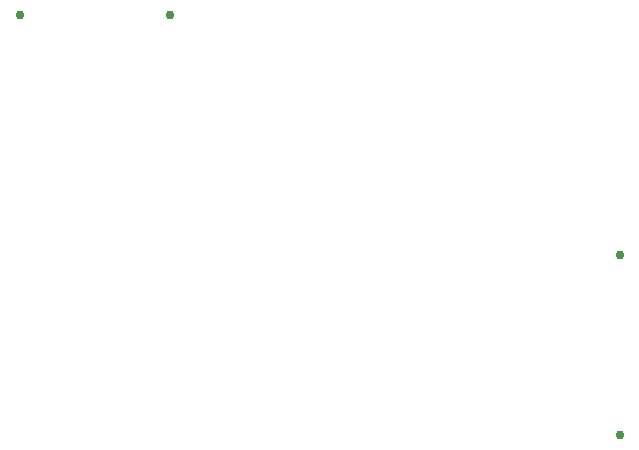
<source format=gbr>
%TF.GenerationSoftware,Altium Limited,Altium Designer,22.0.2 (36)*%
G04 Layer_Color=0*
%FSLAX26Y26*%
%MOIN*%
%TF.SameCoordinates,7BA50452-179E-4B83-BCF9-F7DA3196338A*%
%TF.FilePolarity,Positive*%
%TF.FileFunction,Plated,1,2,PTH,Drill*%
%TF.Part,Single*%
G01*
G75*
%TA.AperFunction,OtherDrill,Pad Free-5 (2200mil,900mil)*%
%ADD16C,0.030000*%
%TA.AperFunction,OtherDrill,Pad Free-4 (2200mil,300mil)*%
%ADD17C,0.030000*%
%TA.AperFunction,OtherDrill,Pad Free-3 (200mil,1700mil)*%
%ADD18C,0.030000*%
%TA.AperFunction,OtherDrill,Pad Free-2 (700mil,1700mil)*%
%ADD19C,0.030000*%
D16*
X2200000Y900000D02*
D03*
D17*
Y300000D02*
D03*
D18*
X200000Y1700000D02*
D03*
D19*
X700000D02*
D03*
%TF.MD5,ca516d7ec5f34654c3c0fe8615cf2252*%
M02*

</source>
